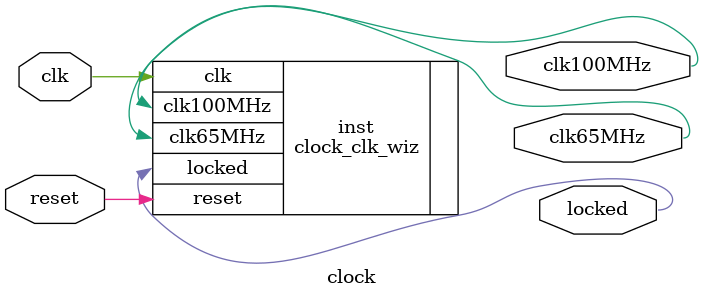
<source format=v>


`timescale 1ps/1ps

(* CORE_GENERATION_INFO = "clock,clk_wiz_v6_0_6_0_0,{component_name=clock,use_phase_alignment=true,use_min_o_jitter=false,use_max_i_jitter=false,use_dyn_phase_shift=false,use_inclk_switchover=false,use_dyn_reconfig=false,enable_axi=0,feedback_source=FDBK_AUTO,PRIMITIVE=MMCM,num_out_clk=2,clkin1_period=10.000,clkin2_period=10.000,use_power_down=false,use_reset=true,use_locked=true,use_inclk_stopped=false,feedback_type=SINGLE,CLOCK_MGR_TYPE=NA,manual_override=false}" *)

module clock 
 (
  // Clock out ports
  output        clk100MHz,
  output        clk65MHz,
  // Status and control signals
  input         reset,
  output        locked,
 // Clock in ports
  input         clk
 );

  clock_clk_wiz inst
  (
  // Clock out ports  
  .clk100MHz(clk100MHz),
  .clk65MHz(clk65MHz),
  // Status and control signals               
  .reset(reset), 
  .locked(locked),
 // Clock in ports
  .clk(clk)
  );

endmodule

</source>
